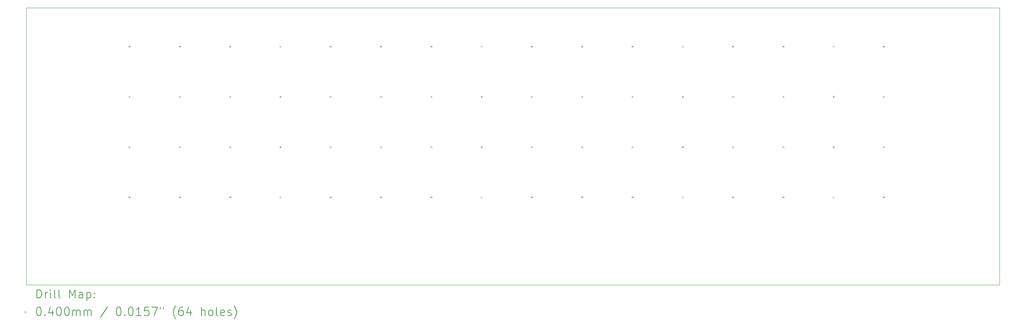
<source format=gbr>
%TF.GenerationSoftware,KiCad,Pcbnew,6.0.8+dfsg-1~bpo11+1*%
%TF.CreationDate,2023-06-21T07:26:03-04:00*%
%TF.ProjectId,08_padded_interleaved_loose,30385f70-6164-4646-9564-5f696e746572,rev?*%
%TF.SameCoordinates,Original*%
%TF.FileFunction,Drillmap*%
%TF.FilePolarity,Positive*%
%FSLAX45Y45*%
G04 Gerber Fmt 4.5, Leading zero omitted, Abs format (unit mm)*
G04 Created by KiCad (PCBNEW 6.0.8+dfsg-1~bpo11+1) date 2023-06-21 07:26:03*
%MOMM*%
%LPD*%
G01*
G04 APERTURE LIST*
%ADD10C,0.100000*%
%ADD11C,0.200000*%
%ADD12C,0.040000*%
G04 APERTURE END LIST*
D10*
X4460000Y-4810000D02*
X27680000Y-4810000D01*
X27680000Y-4810000D02*
X27680000Y-11420000D01*
X27680000Y-11420000D02*
X4460000Y-11420000D01*
X4460000Y-11420000D02*
X4460000Y-4810000D01*
D11*
D12*
X6900000Y-5710000D02*
X6940000Y-5750000D01*
X6940000Y-5710000D02*
X6900000Y-5750000D01*
X6900000Y-6910000D02*
X6940000Y-6950000D01*
X6940000Y-6910000D02*
X6900000Y-6950000D01*
X6900000Y-8110000D02*
X6940000Y-8150000D01*
X6940000Y-8110000D02*
X6900000Y-8150000D01*
X6900000Y-9310000D02*
X6940000Y-9350000D01*
X6940000Y-9310000D02*
X6900000Y-9350000D01*
X8100000Y-5710000D02*
X8140000Y-5750000D01*
X8140000Y-5710000D02*
X8100000Y-5750000D01*
X8100000Y-6910000D02*
X8140000Y-6950000D01*
X8140000Y-6910000D02*
X8100000Y-6950000D01*
X8100000Y-8110000D02*
X8140000Y-8150000D01*
X8140000Y-8110000D02*
X8100000Y-8150000D01*
X8100000Y-9310000D02*
X8140000Y-9350000D01*
X8140000Y-9310000D02*
X8100000Y-9350000D01*
X9300000Y-5710000D02*
X9340000Y-5750000D01*
X9340000Y-5710000D02*
X9300000Y-5750000D01*
X9300000Y-6910000D02*
X9340000Y-6950000D01*
X9340000Y-6910000D02*
X9300000Y-6950000D01*
X9300000Y-8110000D02*
X9340000Y-8150000D01*
X9340000Y-8110000D02*
X9300000Y-8150000D01*
X9300000Y-9310000D02*
X9340000Y-9350000D01*
X9340000Y-9310000D02*
X9300000Y-9350000D01*
X10500000Y-5710000D02*
X10540000Y-5750000D01*
X10540000Y-5710000D02*
X10500000Y-5750000D01*
X10500000Y-6910000D02*
X10540000Y-6950000D01*
X10540000Y-6910000D02*
X10500000Y-6950000D01*
X10500000Y-8110000D02*
X10540000Y-8150000D01*
X10540000Y-8110000D02*
X10500000Y-8150000D01*
X10500000Y-9310000D02*
X10540000Y-9350000D01*
X10540000Y-9310000D02*
X10500000Y-9350000D01*
X11700000Y-5710000D02*
X11740000Y-5750000D01*
X11740000Y-5710000D02*
X11700000Y-5750000D01*
X11700000Y-6910000D02*
X11740000Y-6950000D01*
X11740000Y-6910000D02*
X11700000Y-6950000D01*
X11700000Y-8110000D02*
X11740000Y-8150000D01*
X11740000Y-8110000D02*
X11700000Y-8150000D01*
X11700000Y-9310000D02*
X11740000Y-9350000D01*
X11740000Y-9310000D02*
X11700000Y-9350000D01*
X12900000Y-5710000D02*
X12940000Y-5750000D01*
X12940000Y-5710000D02*
X12900000Y-5750000D01*
X12900000Y-6910000D02*
X12940000Y-6950000D01*
X12940000Y-6910000D02*
X12900000Y-6950000D01*
X12900000Y-8110000D02*
X12940000Y-8150000D01*
X12940000Y-8110000D02*
X12900000Y-8150000D01*
X12900000Y-9310000D02*
X12940000Y-9350000D01*
X12940000Y-9310000D02*
X12900000Y-9350000D01*
X14100000Y-5710000D02*
X14140000Y-5750000D01*
X14140000Y-5710000D02*
X14100000Y-5750000D01*
X14100000Y-6910000D02*
X14140000Y-6950000D01*
X14140000Y-6910000D02*
X14100000Y-6950000D01*
X14100000Y-8110000D02*
X14140000Y-8150000D01*
X14140000Y-8110000D02*
X14100000Y-8150000D01*
X14100000Y-9310000D02*
X14140000Y-9350000D01*
X14140000Y-9310000D02*
X14100000Y-9350000D01*
X15300000Y-5710000D02*
X15340000Y-5750000D01*
X15340000Y-5710000D02*
X15300000Y-5750000D01*
X15300000Y-6910000D02*
X15340000Y-6950000D01*
X15340000Y-6910000D02*
X15300000Y-6950000D01*
X15300000Y-8110000D02*
X15340000Y-8150000D01*
X15340000Y-8110000D02*
X15300000Y-8150000D01*
X15300000Y-9310000D02*
X15340000Y-9350000D01*
X15340000Y-9310000D02*
X15300000Y-9350000D01*
X16500000Y-5710000D02*
X16540000Y-5750000D01*
X16540000Y-5710000D02*
X16500000Y-5750000D01*
X16500000Y-6910000D02*
X16540000Y-6950000D01*
X16540000Y-6910000D02*
X16500000Y-6950000D01*
X16500000Y-8110000D02*
X16540000Y-8150000D01*
X16540000Y-8110000D02*
X16500000Y-8150000D01*
X16500000Y-9310000D02*
X16540000Y-9350000D01*
X16540000Y-9310000D02*
X16500000Y-9350000D01*
X17700000Y-5710000D02*
X17740000Y-5750000D01*
X17740000Y-5710000D02*
X17700000Y-5750000D01*
X17700000Y-6910000D02*
X17740000Y-6950000D01*
X17740000Y-6910000D02*
X17700000Y-6950000D01*
X17700000Y-8110000D02*
X17740000Y-8150000D01*
X17740000Y-8110000D02*
X17700000Y-8150000D01*
X17700000Y-9310000D02*
X17740000Y-9350000D01*
X17740000Y-9310000D02*
X17700000Y-9350000D01*
X18900000Y-5710000D02*
X18940000Y-5750000D01*
X18940000Y-5710000D02*
X18900000Y-5750000D01*
X18900000Y-6910000D02*
X18940000Y-6950000D01*
X18940000Y-6910000D02*
X18900000Y-6950000D01*
X18900000Y-8110000D02*
X18940000Y-8150000D01*
X18940000Y-8110000D02*
X18900000Y-8150000D01*
X18900000Y-9310000D02*
X18940000Y-9350000D01*
X18940000Y-9310000D02*
X18900000Y-9350000D01*
X20100000Y-5710000D02*
X20140000Y-5750000D01*
X20140000Y-5710000D02*
X20100000Y-5750000D01*
X20100000Y-6910000D02*
X20140000Y-6950000D01*
X20140000Y-6910000D02*
X20100000Y-6950000D01*
X20100000Y-8110000D02*
X20140000Y-8150000D01*
X20140000Y-8110000D02*
X20100000Y-8150000D01*
X20100000Y-9310000D02*
X20140000Y-9350000D01*
X20140000Y-9310000D02*
X20100000Y-9350000D01*
X21300000Y-5710000D02*
X21340000Y-5750000D01*
X21340000Y-5710000D02*
X21300000Y-5750000D01*
X21300000Y-6910000D02*
X21340000Y-6950000D01*
X21340000Y-6910000D02*
X21300000Y-6950000D01*
X21300000Y-8110000D02*
X21340000Y-8150000D01*
X21340000Y-8110000D02*
X21300000Y-8150000D01*
X21300000Y-9310000D02*
X21340000Y-9350000D01*
X21340000Y-9310000D02*
X21300000Y-9350000D01*
X22500000Y-5710000D02*
X22540000Y-5750000D01*
X22540000Y-5710000D02*
X22500000Y-5750000D01*
X22500000Y-6910000D02*
X22540000Y-6950000D01*
X22540000Y-6910000D02*
X22500000Y-6950000D01*
X22500000Y-8110000D02*
X22540000Y-8150000D01*
X22540000Y-8110000D02*
X22500000Y-8150000D01*
X22500000Y-9310000D02*
X22540000Y-9350000D01*
X22540000Y-9310000D02*
X22500000Y-9350000D01*
X23700000Y-5710000D02*
X23740000Y-5750000D01*
X23740000Y-5710000D02*
X23700000Y-5750000D01*
X23700000Y-6910000D02*
X23740000Y-6950000D01*
X23740000Y-6910000D02*
X23700000Y-6950000D01*
X23700000Y-8110000D02*
X23740000Y-8150000D01*
X23740000Y-8110000D02*
X23700000Y-8150000D01*
X23700000Y-9310000D02*
X23740000Y-9350000D01*
X23740000Y-9310000D02*
X23700000Y-9350000D01*
X24900000Y-5710000D02*
X24940000Y-5750000D01*
X24940000Y-5710000D02*
X24900000Y-5750000D01*
X24900000Y-6910000D02*
X24940000Y-6950000D01*
X24940000Y-6910000D02*
X24900000Y-6950000D01*
X24900000Y-8110000D02*
X24940000Y-8150000D01*
X24940000Y-8110000D02*
X24900000Y-8150000D01*
X24900000Y-9310000D02*
X24940000Y-9350000D01*
X24940000Y-9310000D02*
X24900000Y-9350000D01*
D11*
X4712619Y-11735476D02*
X4712619Y-11535476D01*
X4760238Y-11535476D01*
X4788810Y-11545000D01*
X4807857Y-11564048D01*
X4817381Y-11583095D01*
X4826905Y-11621190D01*
X4826905Y-11649762D01*
X4817381Y-11687857D01*
X4807857Y-11706905D01*
X4788810Y-11725952D01*
X4760238Y-11735476D01*
X4712619Y-11735476D01*
X4912619Y-11735476D02*
X4912619Y-11602143D01*
X4912619Y-11640238D02*
X4922143Y-11621190D01*
X4931667Y-11611667D01*
X4950714Y-11602143D01*
X4969762Y-11602143D01*
X5036429Y-11735476D02*
X5036429Y-11602143D01*
X5036429Y-11535476D02*
X5026905Y-11545000D01*
X5036429Y-11554524D01*
X5045952Y-11545000D01*
X5036429Y-11535476D01*
X5036429Y-11554524D01*
X5160238Y-11735476D02*
X5141190Y-11725952D01*
X5131667Y-11706905D01*
X5131667Y-11535476D01*
X5265000Y-11735476D02*
X5245952Y-11725952D01*
X5236429Y-11706905D01*
X5236429Y-11535476D01*
X5493571Y-11735476D02*
X5493571Y-11535476D01*
X5560238Y-11678333D01*
X5626905Y-11535476D01*
X5626905Y-11735476D01*
X5807857Y-11735476D02*
X5807857Y-11630714D01*
X5798333Y-11611667D01*
X5779286Y-11602143D01*
X5741190Y-11602143D01*
X5722143Y-11611667D01*
X5807857Y-11725952D02*
X5788809Y-11735476D01*
X5741190Y-11735476D01*
X5722143Y-11725952D01*
X5712619Y-11706905D01*
X5712619Y-11687857D01*
X5722143Y-11668809D01*
X5741190Y-11659286D01*
X5788809Y-11659286D01*
X5807857Y-11649762D01*
X5903095Y-11602143D02*
X5903095Y-11802143D01*
X5903095Y-11611667D02*
X5922143Y-11602143D01*
X5960238Y-11602143D01*
X5979286Y-11611667D01*
X5988809Y-11621190D01*
X5998333Y-11640238D01*
X5998333Y-11697381D01*
X5988809Y-11716428D01*
X5979286Y-11725952D01*
X5960238Y-11735476D01*
X5922143Y-11735476D01*
X5903095Y-11725952D01*
X6084048Y-11716428D02*
X6093571Y-11725952D01*
X6084048Y-11735476D01*
X6074524Y-11725952D01*
X6084048Y-11716428D01*
X6084048Y-11735476D01*
X6084048Y-11611667D02*
X6093571Y-11621190D01*
X6084048Y-11630714D01*
X6074524Y-11621190D01*
X6084048Y-11611667D01*
X6084048Y-11630714D01*
D12*
X4415000Y-12045000D02*
X4455000Y-12085000D01*
X4455000Y-12045000D02*
X4415000Y-12085000D01*
D11*
X4750714Y-11955476D02*
X4769762Y-11955476D01*
X4788810Y-11965000D01*
X4798333Y-11974524D01*
X4807857Y-11993571D01*
X4817381Y-12031667D01*
X4817381Y-12079286D01*
X4807857Y-12117381D01*
X4798333Y-12136428D01*
X4788810Y-12145952D01*
X4769762Y-12155476D01*
X4750714Y-12155476D01*
X4731667Y-12145952D01*
X4722143Y-12136428D01*
X4712619Y-12117381D01*
X4703095Y-12079286D01*
X4703095Y-12031667D01*
X4712619Y-11993571D01*
X4722143Y-11974524D01*
X4731667Y-11965000D01*
X4750714Y-11955476D01*
X4903095Y-12136428D02*
X4912619Y-12145952D01*
X4903095Y-12155476D01*
X4893571Y-12145952D01*
X4903095Y-12136428D01*
X4903095Y-12155476D01*
X5084048Y-12022143D02*
X5084048Y-12155476D01*
X5036429Y-11945952D02*
X4988810Y-12088809D01*
X5112619Y-12088809D01*
X5226905Y-11955476D02*
X5245952Y-11955476D01*
X5265000Y-11965000D01*
X5274524Y-11974524D01*
X5284048Y-11993571D01*
X5293571Y-12031667D01*
X5293571Y-12079286D01*
X5284048Y-12117381D01*
X5274524Y-12136428D01*
X5265000Y-12145952D01*
X5245952Y-12155476D01*
X5226905Y-12155476D01*
X5207857Y-12145952D01*
X5198333Y-12136428D01*
X5188810Y-12117381D01*
X5179286Y-12079286D01*
X5179286Y-12031667D01*
X5188810Y-11993571D01*
X5198333Y-11974524D01*
X5207857Y-11965000D01*
X5226905Y-11955476D01*
X5417381Y-11955476D02*
X5436429Y-11955476D01*
X5455476Y-11965000D01*
X5465000Y-11974524D01*
X5474524Y-11993571D01*
X5484048Y-12031667D01*
X5484048Y-12079286D01*
X5474524Y-12117381D01*
X5465000Y-12136428D01*
X5455476Y-12145952D01*
X5436429Y-12155476D01*
X5417381Y-12155476D01*
X5398333Y-12145952D01*
X5388810Y-12136428D01*
X5379286Y-12117381D01*
X5369762Y-12079286D01*
X5369762Y-12031667D01*
X5379286Y-11993571D01*
X5388810Y-11974524D01*
X5398333Y-11965000D01*
X5417381Y-11955476D01*
X5569762Y-12155476D02*
X5569762Y-12022143D01*
X5569762Y-12041190D02*
X5579286Y-12031667D01*
X5598333Y-12022143D01*
X5626905Y-12022143D01*
X5645952Y-12031667D01*
X5655476Y-12050714D01*
X5655476Y-12155476D01*
X5655476Y-12050714D02*
X5665000Y-12031667D01*
X5684048Y-12022143D01*
X5712619Y-12022143D01*
X5731667Y-12031667D01*
X5741190Y-12050714D01*
X5741190Y-12155476D01*
X5836428Y-12155476D02*
X5836428Y-12022143D01*
X5836428Y-12041190D02*
X5845952Y-12031667D01*
X5865000Y-12022143D01*
X5893571Y-12022143D01*
X5912619Y-12031667D01*
X5922143Y-12050714D01*
X5922143Y-12155476D01*
X5922143Y-12050714D02*
X5931667Y-12031667D01*
X5950714Y-12022143D01*
X5979286Y-12022143D01*
X5998333Y-12031667D01*
X6007857Y-12050714D01*
X6007857Y-12155476D01*
X6398333Y-11945952D02*
X6226905Y-12203095D01*
X6655476Y-11955476D02*
X6674524Y-11955476D01*
X6693571Y-11965000D01*
X6703095Y-11974524D01*
X6712619Y-11993571D01*
X6722143Y-12031667D01*
X6722143Y-12079286D01*
X6712619Y-12117381D01*
X6703095Y-12136428D01*
X6693571Y-12145952D01*
X6674524Y-12155476D01*
X6655476Y-12155476D01*
X6636428Y-12145952D01*
X6626905Y-12136428D01*
X6617381Y-12117381D01*
X6607857Y-12079286D01*
X6607857Y-12031667D01*
X6617381Y-11993571D01*
X6626905Y-11974524D01*
X6636428Y-11965000D01*
X6655476Y-11955476D01*
X6807857Y-12136428D02*
X6817381Y-12145952D01*
X6807857Y-12155476D01*
X6798333Y-12145952D01*
X6807857Y-12136428D01*
X6807857Y-12155476D01*
X6941190Y-11955476D02*
X6960238Y-11955476D01*
X6979286Y-11965000D01*
X6988809Y-11974524D01*
X6998333Y-11993571D01*
X7007857Y-12031667D01*
X7007857Y-12079286D01*
X6998333Y-12117381D01*
X6988809Y-12136428D01*
X6979286Y-12145952D01*
X6960238Y-12155476D01*
X6941190Y-12155476D01*
X6922143Y-12145952D01*
X6912619Y-12136428D01*
X6903095Y-12117381D01*
X6893571Y-12079286D01*
X6893571Y-12031667D01*
X6903095Y-11993571D01*
X6912619Y-11974524D01*
X6922143Y-11965000D01*
X6941190Y-11955476D01*
X7198333Y-12155476D02*
X7084048Y-12155476D01*
X7141190Y-12155476D02*
X7141190Y-11955476D01*
X7122143Y-11984048D01*
X7103095Y-12003095D01*
X7084048Y-12012619D01*
X7379286Y-11955476D02*
X7284048Y-11955476D01*
X7274524Y-12050714D01*
X7284048Y-12041190D01*
X7303095Y-12031667D01*
X7350714Y-12031667D01*
X7369762Y-12041190D01*
X7379286Y-12050714D01*
X7388809Y-12069762D01*
X7388809Y-12117381D01*
X7379286Y-12136428D01*
X7369762Y-12145952D01*
X7350714Y-12155476D01*
X7303095Y-12155476D01*
X7284048Y-12145952D01*
X7274524Y-12136428D01*
X7455476Y-11955476D02*
X7588809Y-11955476D01*
X7503095Y-12155476D01*
X7655476Y-11955476D02*
X7655476Y-11993571D01*
X7731667Y-11955476D02*
X7731667Y-11993571D01*
X8026905Y-12231667D02*
X8017381Y-12222143D01*
X7998333Y-12193571D01*
X7988809Y-12174524D01*
X7979286Y-12145952D01*
X7969762Y-12098333D01*
X7969762Y-12060238D01*
X7979286Y-12012619D01*
X7988809Y-11984048D01*
X7998333Y-11965000D01*
X8017381Y-11936428D01*
X8026905Y-11926905D01*
X8188809Y-11955476D02*
X8150714Y-11955476D01*
X8131667Y-11965000D01*
X8122143Y-11974524D01*
X8103095Y-12003095D01*
X8093571Y-12041190D01*
X8093571Y-12117381D01*
X8103095Y-12136428D01*
X8112619Y-12145952D01*
X8131667Y-12155476D01*
X8169762Y-12155476D01*
X8188809Y-12145952D01*
X8198333Y-12136428D01*
X8207857Y-12117381D01*
X8207857Y-12069762D01*
X8198333Y-12050714D01*
X8188809Y-12041190D01*
X8169762Y-12031667D01*
X8131667Y-12031667D01*
X8112619Y-12041190D01*
X8103095Y-12050714D01*
X8093571Y-12069762D01*
X8379286Y-12022143D02*
X8379286Y-12155476D01*
X8331667Y-11945952D02*
X8284048Y-12088809D01*
X8407857Y-12088809D01*
X8636429Y-12155476D02*
X8636429Y-11955476D01*
X8722143Y-12155476D02*
X8722143Y-12050714D01*
X8712619Y-12031667D01*
X8693571Y-12022143D01*
X8665000Y-12022143D01*
X8645952Y-12031667D01*
X8636429Y-12041190D01*
X8845952Y-12155476D02*
X8826905Y-12145952D01*
X8817381Y-12136428D01*
X8807857Y-12117381D01*
X8807857Y-12060238D01*
X8817381Y-12041190D01*
X8826905Y-12031667D01*
X8845952Y-12022143D01*
X8874524Y-12022143D01*
X8893571Y-12031667D01*
X8903095Y-12041190D01*
X8912619Y-12060238D01*
X8912619Y-12117381D01*
X8903095Y-12136428D01*
X8893571Y-12145952D01*
X8874524Y-12155476D01*
X8845952Y-12155476D01*
X9026905Y-12155476D02*
X9007857Y-12145952D01*
X8998333Y-12126905D01*
X8998333Y-11955476D01*
X9179286Y-12145952D02*
X9160238Y-12155476D01*
X9122143Y-12155476D01*
X9103095Y-12145952D01*
X9093571Y-12126905D01*
X9093571Y-12050714D01*
X9103095Y-12031667D01*
X9122143Y-12022143D01*
X9160238Y-12022143D01*
X9179286Y-12031667D01*
X9188810Y-12050714D01*
X9188810Y-12069762D01*
X9093571Y-12088809D01*
X9265000Y-12145952D02*
X9284048Y-12155476D01*
X9322143Y-12155476D01*
X9341190Y-12145952D01*
X9350714Y-12126905D01*
X9350714Y-12117381D01*
X9341190Y-12098333D01*
X9322143Y-12088809D01*
X9293571Y-12088809D01*
X9274524Y-12079286D01*
X9265000Y-12060238D01*
X9265000Y-12050714D01*
X9274524Y-12031667D01*
X9293571Y-12022143D01*
X9322143Y-12022143D01*
X9341190Y-12031667D01*
X9417381Y-12231667D02*
X9426905Y-12222143D01*
X9445952Y-12193571D01*
X9455476Y-12174524D01*
X9465000Y-12145952D01*
X9474524Y-12098333D01*
X9474524Y-12060238D01*
X9465000Y-12012619D01*
X9455476Y-11984048D01*
X9445952Y-11965000D01*
X9426905Y-11936428D01*
X9417381Y-11926905D01*
M02*

</source>
